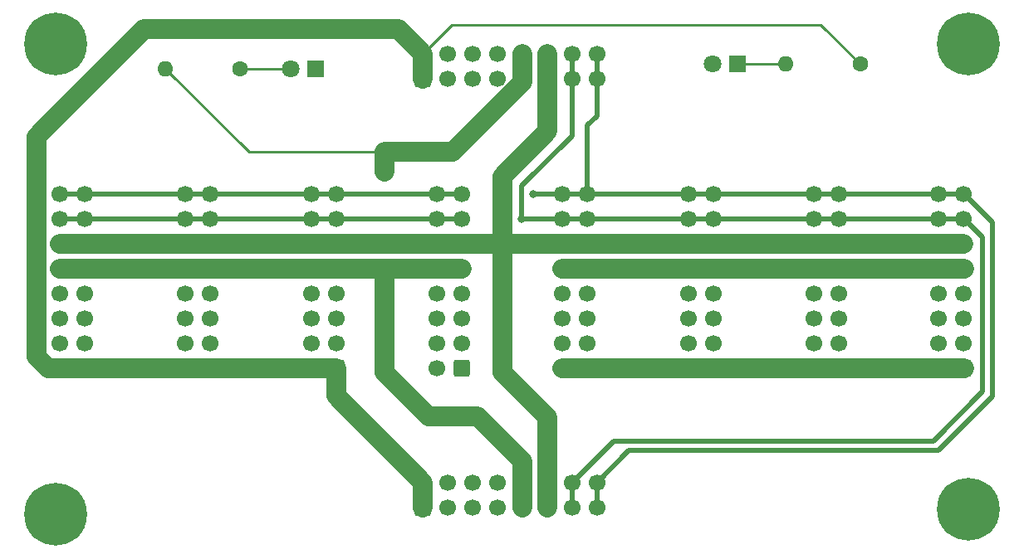
<source format=gbr>
%TF.GenerationSoftware,KiCad,Pcbnew,(6.0.0)*%
%TF.CreationDate,2022-05-27T19:13:27+02:00*%
%TF.ProjectId,Eurorack bus board,4575726f-7261-4636-9b20-62757320626f,rev?*%
%TF.SameCoordinates,Original*%
%TF.FileFunction,Copper,L1,Top*%
%TF.FilePolarity,Positive*%
%FSLAX46Y46*%
G04 Gerber Fmt 4.6, Leading zero omitted, Abs format (unit mm)*
G04 Created by KiCad (PCBNEW (6.0.0)) date 2022-05-27 19:13:27*
%MOMM*%
%LPD*%
G01*
G04 APERTURE LIST*
G04 Aperture macros list*
%AMRoundRect*
0 Rectangle with rounded corners*
0 $1 Rounding radius*
0 $2 $3 $4 $5 $6 $7 $8 $9 X,Y pos of 4 corners*
0 Add a 4 corners polygon primitive as box body*
4,1,4,$2,$3,$4,$5,$6,$7,$8,$9,$2,$3,0*
0 Add four circle primitives for the rounded corners*
1,1,$1+$1,$2,$3*
1,1,$1+$1,$4,$5*
1,1,$1+$1,$6,$7*
1,1,$1+$1,$8,$9*
0 Add four rect primitives between the rounded corners*
20,1,$1+$1,$2,$3,$4,$5,0*
20,1,$1+$1,$4,$5,$6,$7,0*
20,1,$1+$1,$6,$7,$8,$9,0*
20,1,$1+$1,$8,$9,$2,$3,0*%
G04 Aperture macros list end*
%TA.AperFunction,ComponentPad*%
%ADD10RoundRect,0.250000X0.600000X0.600000X-0.600000X0.600000X-0.600000X-0.600000X0.600000X-0.600000X0*%
%TD*%
%TA.AperFunction,ComponentPad*%
%ADD11C,1.700000*%
%TD*%
%TA.AperFunction,ComponentPad*%
%ADD12C,6.400000*%
%TD*%
%TA.AperFunction,ComponentPad*%
%ADD13R,1.800000X1.800000*%
%TD*%
%TA.AperFunction,ComponentPad*%
%ADD14C,1.800000*%
%TD*%
%TA.AperFunction,ComponentPad*%
%ADD15C,1.600000*%
%TD*%
%TA.AperFunction,ComponentPad*%
%ADD16O,1.600000X1.600000*%
%TD*%
%TA.AperFunction,ComponentPad*%
%ADD17RoundRect,0.250000X0.600000X-0.600000X0.600000X0.600000X-0.600000X0.600000X-0.600000X-0.600000X0*%
%TD*%
%TA.AperFunction,ViaPad*%
%ADD18C,0.800000*%
%TD*%
%TA.AperFunction,Conductor*%
%ADD19C,2.000000*%
%TD*%
%TA.AperFunction,Conductor*%
%ADD20C,0.250000*%
%TD*%
%TA.AperFunction,Conductor*%
%ADD21C,0.500000*%
%TD*%
G04 APERTURE END LIST*
D10*
%TO.P,J7,1,Pin_1*%
%TO.N,-12V*%
X120500712Y-131594000D03*
D11*
%TO.P,J7,2,Pin_2*%
X117960712Y-131594000D03*
%TO.P,J7,3,Pin_3*%
%TO.N,GND*%
X120500712Y-129054000D03*
%TO.P,J7,4,Pin_4*%
X117960712Y-129054000D03*
%TO.P,J7,5,Pin_5*%
X120500712Y-126514000D03*
%TO.P,J7,6,Pin_6*%
X117960712Y-126514000D03*
%TO.P,J7,7,Pin_7*%
X120500712Y-123974000D03*
%TO.P,J7,8,Pin_8*%
X117960712Y-123974000D03*
%TO.P,J7,9,Pin_9*%
%TO.N,+12V*%
X120500712Y-121434000D03*
%TO.P,J7,10,Pin_10*%
X117960712Y-121434000D03*
%TO.P,J7,11,Pin_11*%
%TO.N,+5V*%
X120500712Y-118894000D03*
%TO.P,J7,12,Pin_12*%
X117960712Y-118894000D03*
%TO.P,J7,13,Pin_13*%
%TO.N,CV*%
X120500712Y-116354000D03*
%TO.P,J7,14,Pin_14*%
X117960712Y-116354000D03*
%TO.P,J7,15,Pin_15*%
%TO.N,GATE*%
X120500712Y-113814000D03*
%TO.P,J7,16,Pin_16*%
X117960712Y-113814000D03*
%TD*%
D12*
%TO.P,H4,1,1*%
%TO.N,GND*%
X53500000Y-146500000D03*
%TD*%
D10*
%TO.P,J8,1,Pin_1*%
%TO.N,-12V*%
X133308390Y-131594000D03*
D11*
%TO.P,J8,2,Pin_2*%
X130768390Y-131594000D03*
%TO.P,J8,3,Pin_3*%
%TO.N,GND*%
X133308390Y-129054000D03*
%TO.P,J8,4,Pin_4*%
X130768390Y-129054000D03*
%TO.P,J8,5,Pin_5*%
X133308390Y-126514000D03*
%TO.P,J8,6,Pin_6*%
X130768390Y-126514000D03*
%TO.P,J8,7,Pin_7*%
X133308390Y-123974000D03*
%TO.P,J8,8,Pin_8*%
X130768390Y-123974000D03*
%TO.P,J8,9,Pin_9*%
%TO.N,+12V*%
X133308390Y-121434000D03*
%TO.P,J8,10,Pin_10*%
X130768390Y-121434000D03*
%TO.P,J8,11,Pin_11*%
%TO.N,+5V*%
X133308390Y-118894000D03*
%TO.P,J8,12,Pin_12*%
X130768390Y-118894000D03*
%TO.P,J8,13,Pin_13*%
%TO.N,CV*%
X133308390Y-116354000D03*
%TO.P,J8,14,Pin_14*%
X130768390Y-116354000D03*
%TO.P,J8,15,Pin_15*%
%TO.N,GATE*%
X133308390Y-113814000D03*
%TO.P,J8,16,Pin_16*%
X130768390Y-113814000D03*
%TD*%
D10*
%TO.P,J5,1,Pin_1*%
%TO.N,-12V*%
X94885356Y-131594000D03*
D11*
%TO.P,J5,2,Pin_2*%
X92345356Y-131594000D03*
%TO.P,J5,3,Pin_3*%
%TO.N,GND*%
X94885356Y-129054000D03*
%TO.P,J5,4,Pin_4*%
X92345356Y-129054000D03*
%TO.P,J5,5,Pin_5*%
X94885356Y-126514000D03*
%TO.P,J5,6,Pin_6*%
X92345356Y-126514000D03*
%TO.P,J5,7,Pin_7*%
X94885356Y-123974000D03*
%TO.P,J5,8,Pin_8*%
X92345356Y-123974000D03*
%TO.P,J5,9,Pin_9*%
%TO.N,+12V*%
X94885356Y-121434000D03*
%TO.P,J5,10,Pin_10*%
X92345356Y-121434000D03*
%TO.P,J5,11,Pin_11*%
%TO.N,+5V*%
X94885356Y-118894000D03*
%TO.P,J5,12,Pin_12*%
X92345356Y-118894000D03*
%TO.P,J5,13,Pin_13*%
%TO.N,CV*%
X94885356Y-116354000D03*
%TO.P,J5,14,Pin_14*%
X92345356Y-116354000D03*
%TO.P,J5,15,Pin_15*%
%TO.N,GATE*%
X94885356Y-113814000D03*
%TO.P,J5,16,Pin_16*%
X92345356Y-113814000D03*
%TD*%
D13*
%TO.P,D1,1,K*%
%TO.N,GND*%
X80000000Y-101000000D03*
D14*
%TO.P,D1,2,A*%
%TO.N,Net-(D1-Pad2)*%
X77460000Y-101000000D03*
%TD*%
D10*
%TO.P,J3,1,Pin_1*%
%TO.N,-12V*%
X69270000Y-131594000D03*
D11*
%TO.P,J3,2,Pin_2*%
X66730000Y-131594000D03*
%TO.P,J3,3,Pin_3*%
%TO.N,GND*%
X69270000Y-129054000D03*
%TO.P,J3,4,Pin_4*%
X66730000Y-129054000D03*
%TO.P,J3,5,Pin_5*%
X69270000Y-126514000D03*
%TO.P,J3,6,Pin_6*%
X66730000Y-126514000D03*
%TO.P,J3,7,Pin_7*%
X69270000Y-123974000D03*
%TO.P,J3,8,Pin_8*%
X66730000Y-123974000D03*
%TO.P,J3,9,Pin_9*%
%TO.N,+12V*%
X69270000Y-121434000D03*
%TO.P,J3,10,Pin_10*%
X66730000Y-121434000D03*
%TO.P,J3,11,Pin_11*%
%TO.N,+5V*%
X69270000Y-118894000D03*
%TO.P,J3,12,Pin_12*%
X66730000Y-118894000D03*
%TO.P,J3,13,Pin_13*%
%TO.N,CV*%
X69270000Y-116354000D03*
%TO.P,J3,14,Pin_14*%
X66730000Y-116354000D03*
%TO.P,J3,15,Pin_15*%
%TO.N,GATE*%
X69270000Y-113814000D03*
%TO.P,J3,16,Pin_16*%
X66730000Y-113814000D03*
%TD*%
D10*
%TO.P,J4,1,Pin_1*%
%TO.N,-12V*%
X82077678Y-131594000D03*
D11*
%TO.P,J4,2,Pin_2*%
X79537678Y-131594000D03*
%TO.P,J4,3,Pin_3*%
%TO.N,GND*%
X82077678Y-129054000D03*
%TO.P,J4,4,Pin_4*%
X79537678Y-129054000D03*
%TO.P,J4,5,Pin_5*%
X82077678Y-126514000D03*
%TO.P,J4,6,Pin_6*%
X79537678Y-126514000D03*
%TO.P,J4,7,Pin_7*%
X82077678Y-123974000D03*
%TO.P,J4,8,Pin_8*%
X79537678Y-123974000D03*
%TO.P,J4,9,Pin_9*%
%TO.N,+12V*%
X82077678Y-121434000D03*
%TO.P,J4,10,Pin_10*%
X79537678Y-121434000D03*
%TO.P,J4,11,Pin_11*%
%TO.N,+5V*%
X82077678Y-118894000D03*
%TO.P,J4,12,Pin_12*%
X79537678Y-118894000D03*
%TO.P,J4,13,Pin_13*%
%TO.N,CV*%
X82077678Y-116354000D03*
%TO.P,J4,14,Pin_14*%
X79537678Y-116354000D03*
%TO.P,J4,15,Pin_15*%
%TO.N,GATE*%
X82077678Y-113814000D03*
%TO.P,J4,16,Pin_16*%
X79537678Y-113814000D03*
%TD*%
D15*
%TO.P,R1,1*%
%TO.N,Net-(D1-Pad2)*%
X72310000Y-101000000D03*
D16*
%TO.P,R1,2*%
%TO.N,+12V*%
X64690000Y-101000000D03*
%TD*%
D10*
%TO.P,J6,1,Pin_1*%
%TO.N,-12V*%
X107693034Y-131594000D03*
D11*
%TO.P,J6,2,Pin_2*%
X105153034Y-131594000D03*
%TO.P,J6,3,Pin_3*%
%TO.N,GND*%
X107693034Y-129054000D03*
%TO.P,J6,4,Pin_4*%
X105153034Y-129054000D03*
%TO.P,J6,5,Pin_5*%
X107693034Y-126514000D03*
%TO.P,J6,6,Pin_6*%
X105153034Y-126514000D03*
%TO.P,J6,7,Pin_7*%
X107693034Y-123974000D03*
%TO.P,J6,8,Pin_8*%
X105153034Y-123974000D03*
%TO.P,J6,9,Pin_9*%
%TO.N,+12V*%
X107693034Y-121434000D03*
%TO.P,J6,10,Pin_10*%
X105153034Y-121434000D03*
%TO.P,J6,11,Pin_11*%
%TO.N,+5V*%
X107693034Y-118894000D03*
%TO.P,J6,12,Pin_12*%
X105153034Y-118894000D03*
%TO.P,J6,13,Pin_13*%
%TO.N,CV*%
X107693034Y-116354000D03*
%TO.P,J6,14,Pin_14*%
X105153034Y-116354000D03*
%TO.P,J6,15,Pin_15*%
%TO.N,GATE*%
X107693034Y-113814000D03*
%TO.P,J6,16,Pin_16*%
X105153034Y-113814000D03*
%TD*%
D15*
%TO.P,R2,1*%
%TO.N,-12V*%
X135500000Y-100500000D03*
D16*
%TO.P,R2,2*%
%TO.N,Net-(D2-Pad1)*%
X127880000Y-100500000D03*
%TD*%
D12*
%TO.P,H3,1,1*%
%TO.N,GND*%
X146500000Y-146000000D03*
%TD*%
D17*
%TO.P,J1,1,Pin_1*%
%TO.N,-12V*%
X90906000Y-102000000D03*
D11*
%TO.P,J1,2,Pin_2*%
X90906000Y-99460000D03*
%TO.P,J1,3,Pin_3*%
%TO.N,GND*%
X93446000Y-102000000D03*
%TO.P,J1,4,Pin_4*%
X93446000Y-99460000D03*
%TO.P,J1,5,Pin_5*%
X95986000Y-102000000D03*
%TO.P,J1,6,Pin_6*%
X95986000Y-99460000D03*
%TO.P,J1,7,Pin_7*%
X98526000Y-102000000D03*
%TO.P,J1,8,Pin_8*%
X98526000Y-99460000D03*
%TO.P,J1,9,Pin_9*%
%TO.N,+12V*%
X101066000Y-102000000D03*
%TO.P,J1,10,Pin_10*%
X101066000Y-99460000D03*
%TO.P,J1,11,Pin_11*%
%TO.N,+5V*%
X103606000Y-102000000D03*
%TO.P,J1,12,Pin_12*%
X103606000Y-99460000D03*
%TO.P,J1,13,Pin_13*%
%TO.N,CV*%
X106146000Y-102000000D03*
%TO.P,J1,14,Pin_14*%
X106146000Y-99460000D03*
%TO.P,J1,15,Pin_15*%
%TO.N,GATE*%
X108686000Y-102000000D03*
%TO.P,J1,16,Pin_16*%
X108686000Y-99460000D03*
%TD*%
D10*
%TO.P,J2,1,Pin_1*%
%TO.N,-12V*%
X56462318Y-131594000D03*
D11*
%TO.P,J2,2,Pin_2*%
X53922318Y-131594000D03*
%TO.P,J2,3,Pin_3*%
%TO.N,GND*%
X56462318Y-129054000D03*
%TO.P,J2,4,Pin_4*%
X53922318Y-129054000D03*
%TO.P,J2,5,Pin_5*%
X56462318Y-126514000D03*
%TO.P,J2,6,Pin_6*%
X53922318Y-126514000D03*
%TO.P,J2,7,Pin_7*%
X56462318Y-123974000D03*
%TO.P,J2,8,Pin_8*%
X53922318Y-123974000D03*
%TO.P,J2,9,Pin_9*%
%TO.N,+12V*%
X56462318Y-121434000D03*
%TO.P,J2,10,Pin_10*%
X53922318Y-121434000D03*
%TO.P,J2,11,Pin_11*%
%TO.N,+5V*%
X56462318Y-118894000D03*
%TO.P,J2,12,Pin_12*%
X53922318Y-118894000D03*
%TO.P,J2,13,Pin_13*%
%TO.N,CV*%
X56462318Y-116354000D03*
%TO.P,J2,14,Pin_14*%
X53922318Y-116354000D03*
%TO.P,J2,15,Pin_15*%
%TO.N,GATE*%
X56462318Y-113814000D03*
%TO.P,J2,16,Pin_16*%
X53922318Y-113814000D03*
%TD*%
D12*
%TO.P,H1,1,1*%
%TO.N,GND*%
X53500000Y-98500000D03*
%TD*%
D10*
%TO.P,J9,1,Pin_1*%
%TO.N,-12V*%
X146000000Y-131594000D03*
D11*
%TO.P,J9,2,Pin_2*%
X143460000Y-131594000D03*
%TO.P,J9,3,Pin_3*%
%TO.N,GND*%
X146000000Y-129054000D03*
%TO.P,J9,4,Pin_4*%
X143460000Y-129054000D03*
%TO.P,J9,5,Pin_5*%
X146000000Y-126514000D03*
%TO.P,J9,6,Pin_6*%
X143460000Y-126514000D03*
%TO.P,J9,7,Pin_7*%
X146000000Y-123974000D03*
%TO.P,J9,8,Pin_8*%
X143460000Y-123974000D03*
%TO.P,J9,9,Pin_9*%
%TO.N,+12V*%
X146000000Y-121434000D03*
%TO.P,J9,10,Pin_10*%
X143460000Y-121434000D03*
%TO.P,J9,11,Pin_11*%
%TO.N,+5V*%
X146000000Y-118894000D03*
%TO.P,J9,12,Pin_12*%
X143460000Y-118894000D03*
%TO.P,J9,13,Pin_13*%
%TO.N,CV*%
X146000000Y-116354000D03*
%TO.P,J9,14,Pin_14*%
X143460000Y-116354000D03*
%TO.P,J9,15,Pin_15*%
%TO.N,GATE*%
X146000000Y-113814000D03*
%TO.P,J9,16,Pin_16*%
X143460000Y-113814000D03*
%TD*%
D13*
%TO.P,D2,1,K*%
%TO.N,Net-(D2-Pad1)*%
X123000000Y-100500000D03*
D14*
%TO.P,D2,2,A*%
%TO.N,GND*%
X120460000Y-100500000D03*
%TD*%
D12*
%TO.P,H2,1,1*%
%TO.N,GND*%
X146500000Y-98500000D03*
%TD*%
D17*
%TO.P,J10,1,Pin_1*%
%TO.N,-12V*%
X90906000Y-145770000D03*
D11*
%TO.P,J10,2,Pin_2*%
X90906000Y-143230000D03*
%TO.P,J10,3,Pin_3*%
%TO.N,GND*%
X93446000Y-145770000D03*
%TO.P,J10,4,Pin_4*%
X93446000Y-143230000D03*
%TO.P,J10,5,Pin_5*%
X95986000Y-145770000D03*
%TO.P,J10,6,Pin_6*%
X95986000Y-143230000D03*
%TO.P,J10,7,Pin_7*%
X98526000Y-145770000D03*
%TO.P,J10,8,Pin_8*%
X98526000Y-143230000D03*
%TO.P,J10,9,Pin_9*%
%TO.N,+12V*%
X101066000Y-145770000D03*
%TO.P,J10,10,Pin_10*%
X101066000Y-143230000D03*
%TO.P,J10,11,Pin_11*%
%TO.N,+5V*%
X103606000Y-145770000D03*
%TO.P,J10,12,Pin_12*%
X103606000Y-143230000D03*
%TO.P,J10,13,Pin_13*%
%TO.N,CV*%
X106146000Y-145770000D03*
%TO.P,J10,14,Pin_14*%
X106146000Y-143230000D03*
%TO.P,J10,15,Pin_15*%
%TO.N,GATE*%
X108686000Y-145770000D03*
%TO.P,J10,16,Pin_16*%
X108686000Y-143230000D03*
%TD*%
D18*
%TO.N,+12V*%
X87000000Y-111500000D03*
X87066000Y-121434000D03*
%TO.N,CV*%
X101000000Y-116354000D03*
%TO.N,GATE*%
X102186000Y-113814000D03*
%TD*%
D19*
%TO.N,-12V*%
X90906000Y-145770000D02*
X90906000Y-143230000D01*
X82077678Y-134401678D02*
X90906000Y-143230000D01*
X90906000Y-99460000D02*
X90906000Y-102000000D01*
X51500000Y-108000000D02*
X62500000Y-97000000D01*
D20*
X93866000Y-96500000D02*
X90906000Y-99460000D01*
D19*
X82077678Y-131594000D02*
X82077678Y-134401678D01*
D20*
X135500000Y-100500000D02*
X131500000Y-96500000D01*
D19*
X105153034Y-131594000D02*
X146116068Y-131594000D01*
X62500000Y-97000000D02*
X88446000Y-97000000D01*
D20*
X131500000Y-96500000D02*
X93866000Y-96500000D01*
D19*
X51500000Y-130373763D02*
X51500000Y-108000000D01*
X88446000Y-97000000D02*
X90906000Y-99460000D01*
X53922318Y-131594000D02*
X52720237Y-131594000D01*
X53922318Y-131594000D02*
X82077678Y-131594000D01*
X52720237Y-131594000D02*
X51500000Y-130373763D01*
%TO.N,+12V*%
X101066000Y-99460000D02*
X101066000Y-102358447D01*
X91500000Y-136500000D02*
X87000000Y-132000000D01*
X101066000Y-145770000D02*
X101066000Y-141066000D01*
X93924447Y-109500000D02*
X87000000Y-109500000D01*
X101066000Y-141066000D02*
X96500000Y-136500000D01*
X105153034Y-121434000D02*
X146116068Y-121434000D01*
D20*
X73190000Y-109500000D02*
X87000000Y-109500000D01*
X64690000Y-101000000D02*
X73190000Y-109500000D01*
D19*
X53922318Y-121434000D02*
X82077678Y-121434000D01*
X87000000Y-121500000D02*
X87066000Y-121434000D01*
X87000000Y-132000000D02*
X87000000Y-121500000D01*
X94885356Y-121434000D02*
X87066000Y-121434000D01*
X101066000Y-102358447D02*
X93924447Y-109500000D01*
X87000000Y-109500000D02*
X87000000Y-111500000D01*
X82077678Y-121434000D02*
X87066000Y-121434000D01*
X96500000Y-136500000D02*
X91500000Y-136500000D01*
%TO.N,+5V*%
X103606000Y-145770000D02*
X103606000Y-136606000D01*
X98894000Y-118894000D02*
X146000000Y-118894000D01*
X99000000Y-132000000D02*
X99000000Y-119000000D01*
X103606000Y-107394000D02*
X99000000Y-112000000D01*
X99000000Y-119000000D02*
X99000000Y-112000000D01*
X53922318Y-118894000D02*
X94885356Y-118894000D01*
X98894000Y-118894000D02*
X99000000Y-119000000D01*
X94885356Y-118894000D02*
X98894000Y-118894000D01*
X103606000Y-99460000D02*
X103606000Y-107394000D01*
X103606000Y-136606000D02*
X99000000Y-132000000D01*
D21*
%TO.N,CV*%
X106146000Y-102000000D02*
X106146000Y-99460000D01*
X148000000Y-134000000D02*
X148000000Y-118237932D01*
X106146000Y-143230000D02*
X106146000Y-145770000D01*
X107693034Y-116354000D02*
X105153034Y-116354000D01*
X143000000Y-139000000D02*
X148000000Y-134000000D01*
X101000000Y-113000000D02*
X101000000Y-116354000D01*
X53922318Y-116354000D02*
X94885356Y-116354000D01*
X106146000Y-107854000D02*
X101000000Y-113000000D01*
X106146000Y-102000000D02*
X106146000Y-107854000D01*
X146116068Y-116354000D02*
X117960712Y-116354000D01*
X148000000Y-118237932D02*
X146116068Y-116354000D01*
X110376000Y-139000000D02*
X143000000Y-139000000D01*
X101000000Y-116354000D02*
X105153034Y-116354000D01*
X107693034Y-116354000D02*
X117960712Y-116354000D01*
X106146000Y-143230000D02*
X110376000Y-139000000D01*
%TO.N,GATE*%
X149000000Y-134500000D02*
X149000000Y-116697932D01*
X108686000Y-102000000D02*
X108686000Y-105814000D01*
X111916000Y-140000000D02*
X143500000Y-140000000D01*
X108686000Y-143230000D02*
X111916000Y-140000000D01*
X107693034Y-113814000D02*
X105153034Y-113814000D01*
X53922318Y-113814000D02*
X82077678Y-113814000D01*
X82077678Y-113814000D02*
X94885356Y-113814000D01*
X107693034Y-106806966D02*
X107693034Y-113814000D01*
X108686000Y-99460000D02*
X108686000Y-102000000D01*
X143500000Y-140000000D02*
X149000000Y-134500000D01*
X146116068Y-113814000D02*
X117960712Y-113814000D01*
X108686000Y-145770000D02*
X108686000Y-143230000D01*
X108686000Y-105814000D02*
X107693034Y-106806966D01*
X149000000Y-116697932D02*
X146116068Y-113814000D01*
X107693034Y-113814000D02*
X117960712Y-113814000D01*
X102186000Y-113814000D02*
X105153034Y-113814000D01*
D20*
%TO.N,Net-(D1-Pad2)*%
X72310000Y-101000000D02*
X77460000Y-101000000D01*
%TO.N,Net-(D2-Pad1)*%
X123000000Y-100500000D02*
X127880000Y-100500000D01*
%TD*%
M02*

</source>
